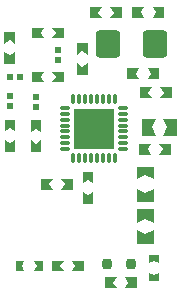
<source format=gtp>
G04*
G04 #@! TF.GenerationSoftware,Altium Limited,Altium Designer,18.1.7 (191)*
G04*
G04 Layer_Color=8421504*
%FSLAX24Y24*%
%MOIN*%
G70*
G01*
G75*
%ADD16R,0.0236X0.0217*%
%ADD17R,0.0217X0.0236*%
G04:AMPARAMS|DCode=18|XSize=31.5mil|YSize=35.4mil|CornerRadius=7.9mil|HoleSize=0mil|Usage=FLASHONLY|Rotation=0.000|XOffset=0mil|YOffset=0mil|HoleType=Round|Shape=RoundedRectangle|*
%AMROUNDEDRECTD18*
21,1,0.0315,0.0197,0,0,0.0*
21,1,0.0157,0.0354,0,0,0.0*
1,1,0.0157,0.0079,-0.0098*
1,1,0.0157,-0.0079,-0.0098*
1,1,0.0157,-0.0079,0.0098*
1,1,0.0157,0.0079,0.0098*
%
%ADD18ROUNDEDRECTD18*%
G04:AMPARAMS|DCode=19|XSize=90.6mil|YSize=82.7mil|CornerRadius=12.4mil|HoleSize=0mil|Usage=FLASHONLY|Rotation=90.000|XOffset=0mil|YOffset=0mil|HoleType=Round|Shape=RoundedRectangle|*
%AMROUNDEDRECTD19*
21,1,0.0906,0.0579,0,0,90.0*
21,1,0.0657,0.0827,0,0,90.0*
1,1,0.0248,0.0289,0.0329*
1,1,0.0248,0.0289,-0.0329*
1,1,0.0248,-0.0289,-0.0329*
1,1,0.0248,-0.0289,0.0329*
%
%ADD19ROUNDEDRECTD19*%
%ADD20O,0.0110X0.0335*%
%ADD21O,0.0335X0.0110*%
%ADD22R,0.1358X0.1358*%
G36*
X71437Y19390D02*
X71083D01*
Y19783D01*
X71260Y19665D01*
X71437Y19783D01*
Y19390D01*
D02*
G37*
G36*
X71122Y17136D02*
X70728D01*
X70846Y17313D01*
X70728Y17490D01*
X71122D01*
Y17136D01*
D02*
G37*
G36*
X70335Y17313D02*
X70453Y17136D01*
X70059D01*
Y17490D01*
X70453D01*
X70335Y17313D01*
D02*
G37*
G36*
X69754Y17136D02*
X69478D01*
X69557Y17313D01*
X69478Y17490D01*
X69754D01*
Y17136D01*
D02*
G37*
G36*
X69065Y17313D02*
X69144Y17136D01*
X68868D01*
Y17490D01*
X69144D01*
X69065Y17313D01*
D02*
G37*
G36*
X69705Y19852D02*
X70098D01*
X69980Y20030D01*
X70098Y20207D01*
X69705D01*
Y19852D01*
D02*
G37*
G36*
Y21102D02*
Y21496D01*
X69528Y21378D01*
X69350Y21496D01*
Y21102D01*
X69705D01*
D02*
G37*
G36*
X68839Y21122D02*
Y21516D01*
X68661Y21398D01*
X68484Y21516D01*
Y21122D01*
X68839D01*
D02*
G37*
G36*
X70768Y20207D02*
X70374D01*
X70492Y20030D01*
X70374Y19852D01*
X70768D01*
Y20207D01*
D02*
G37*
G36*
X71083Y20453D02*
Y20059D01*
X71260Y20177D01*
X71437Y20059D01*
Y20453D01*
X71083D01*
D02*
G37*
G36*
X71821Y16575D02*
X72215D01*
X72096Y16752D01*
X72215Y16929D01*
X71821D01*
Y16575D01*
D02*
G37*
G36*
X72884Y16929D02*
X72490D01*
X72608Y16752D01*
X72490Y16575D01*
X72884D01*
Y16929D01*
D02*
G37*
G36*
X73642Y16801D02*
Y17077D01*
X73465Y16998D01*
X73287Y17077D01*
Y16801D01*
X73642D01*
D02*
G37*
G36*
X73287Y17687D02*
Y17411D01*
X73465Y17490D01*
X73642Y17411D01*
Y17687D01*
X73287D01*
D02*
G37*
G36*
X73465Y18500D02*
X73179Y18372D01*
X72894Y18500D01*
Y18047D01*
X73465D01*
Y18500D01*
D02*
G37*
G36*
X72894Y18756D02*
X73179Y18884D01*
X73465Y18756D01*
Y19209D01*
X72894D01*
Y18756D01*
D02*
G37*
G36*
X73451Y19455D02*
Y19868D01*
X73175Y19740D01*
X72900Y19868D01*
Y19455D01*
X73451D01*
D02*
G37*
G36*
X72900Y20616D02*
Y20203D01*
X73175Y20331D01*
X73451Y20203D01*
Y20616D01*
X72900D01*
D02*
G37*
G36*
X72972Y21014D02*
X73366D01*
X73248Y21191D01*
X73366Y21368D01*
X72972D01*
Y21014D01*
D02*
G37*
G36*
X74035Y21368D02*
X73642D01*
X73760Y21191D01*
X73642Y21014D01*
X74035D01*
Y21368D01*
D02*
G37*
G36*
X70472Y24892D02*
X70079D01*
X70197Y25069D01*
X70079Y25246D01*
X70472D01*
Y24892D01*
D02*
G37*
G36*
X69685Y25069D02*
X69803Y24892D01*
X69409D01*
Y25246D01*
X69803D01*
X69685Y25069D01*
D02*
G37*
G36*
X68829Y24724D02*
X68652Y24843D01*
X68474Y24724D01*
Y25118D01*
X68829D01*
Y24724D01*
D02*
G37*
G36*
X71250Y24350D02*
X71073Y24469D01*
X70896Y24350D01*
Y24744D01*
X71250D01*
Y24350D01*
D02*
G37*
G36*
X68829Y24055D02*
X68474D01*
Y24449D01*
X68652Y24331D01*
X68829Y24449D01*
Y24055D01*
D02*
G37*
G36*
X71250Y23681D02*
X70896D01*
Y24075D01*
X71073Y23957D01*
X71250Y24075D01*
Y23681D01*
D02*
G37*
G36*
X70472Y23425D02*
X70079D01*
X70197Y23602D01*
X70079Y23780D01*
X70472D01*
Y23425D01*
D02*
G37*
G36*
X69685Y23602D02*
X69803Y23425D01*
X69409D01*
Y23780D01*
X69803D01*
X69685Y23602D01*
D02*
G37*
G36*
X68839Y21791D02*
X68661Y21909D01*
X68484Y21791D01*
Y22185D01*
X68839D01*
Y21791D01*
D02*
G37*
G36*
X69705Y21772D02*
X69528Y21890D01*
X69350Y21772D01*
Y22165D01*
X69705D01*
Y21772D01*
D02*
G37*
G36*
X73809Y25581D02*
X73415D01*
X73533Y25758D01*
X73415Y25935D01*
X73809D01*
Y25581D01*
D02*
G37*
G36*
X73022Y25758D02*
X73140Y25581D01*
X72746D01*
Y25935D01*
X73140D01*
X73022Y25758D01*
D02*
G37*
G36*
X72392Y25580D02*
X71998D01*
X72116Y25757D01*
X71998Y25934D01*
X72392D01*
Y25580D01*
D02*
G37*
G36*
X71604Y25757D02*
X71722Y25580D01*
X71329D01*
Y25934D01*
X71722D01*
X71604Y25757D01*
D02*
G37*
G36*
X73642Y23543D02*
X73248D01*
X73366Y23720D01*
X73248Y23898D01*
X73642D01*
Y23543D01*
D02*
G37*
G36*
X72854Y23720D02*
X72972Y23543D01*
X72579D01*
Y23898D01*
X72972D01*
X72854Y23720D01*
D02*
G37*
G36*
X74065Y22904D02*
X73671D01*
X73789Y23081D01*
X73671Y23258D01*
X74065D01*
Y22904D01*
D02*
G37*
G36*
X73278Y23081D02*
X73396Y22904D01*
X73002D01*
Y23258D01*
X73396D01*
X73278Y23081D01*
D02*
G37*
G36*
X74222Y21654D02*
X73770D01*
X73898Y21939D01*
X73770Y22224D01*
X74222D01*
Y21654D01*
D02*
G37*
G36*
X73386Y21939D02*
X73514Y21654D01*
X73061D01*
Y22224D01*
X73514D01*
X73386Y21939D01*
D02*
G37*
D16*
X70276Y24183D02*
D03*
Y24518D02*
D03*
X69528Y22933D02*
D03*
Y22598D02*
D03*
X68660Y22648D02*
D03*
Y22982D02*
D03*
D17*
X68661Y23612D02*
D03*
X68996D02*
D03*
D18*
X72687Y17372D02*
D03*
X71887D02*
D03*
D19*
X73494Y24724D02*
D03*
X71919D02*
D03*
D20*
X70778Y22864D02*
D03*
X70974D02*
D03*
X71171D02*
D03*
X71368D02*
D03*
X71565D02*
D03*
X71762D02*
D03*
X71959D02*
D03*
X72156D02*
D03*
Y20915D02*
D03*
X71959D02*
D03*
X71762D02*
D03*
X71565D02*
D03*
X71368D02*
D03*
X71171D02*
D03*
X70974D02*
D03*
X70778D02*
D03*
D21*
X72441Y22579D02*
D03*
Y22382D02*
D03*
Y22185D02*
D03*
Y21988D02*
D03*
Y21791D02*
D03*
Y21594D02*
D03*
Y21398D02*
D03*
Y21201D02*
D03*
X70492D02*
D03*
Y21398D02*
D03*
Y21594D02*
D03*
Y21791D02*
D03*
Y21988D02*
D03*
Y22185D02*
D03*
Y22382D02*
D03*
Y22579D02*
D03*
D22*
X71467Y21890D02*
D03*
M02*

</source>
